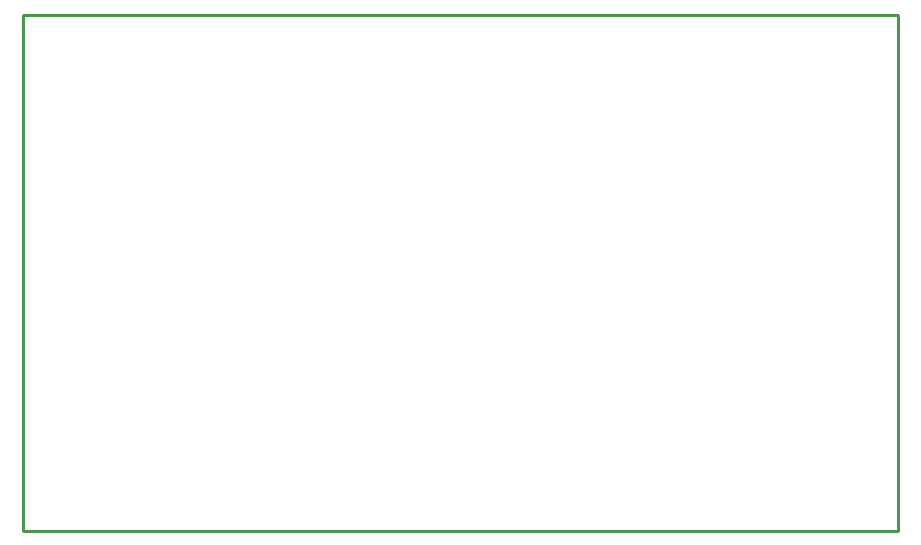
<source format=gko>
G04*
G04 #@! TF.GenerationSoftware,Altium Limited,Altium Designer,22.10.1 (41)*
G04*
G04 Layer_Color=16711935*
%FSLAX25Y25*%
%MOIN*%
G70*
G04*
G04 #@! TF.SameCoordinates,7AE85D4C-FD46-4DCC-B2CD-606CE683DADB*
G04*
G04*
G04 #@! TF.FilePolarity,Positive*
G04*
G01*
G75*
%ADD13C,0.01000*%
D13*
X302000Y195000D02*
Y367000D01*
X593500D01*
Y195000D02*
Y367000D01*
X302000Y195000D02*
X593500D01*
M02*

</source>
